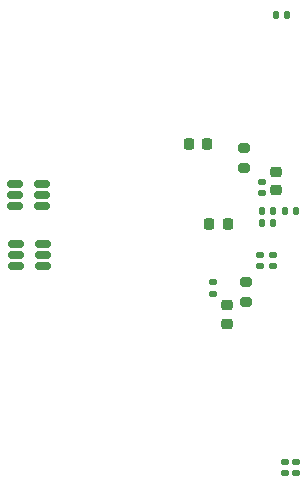
<source format=gbr>
%TF.GenerationSoftware,KiCad,Pcbnew,(6.0.9)*%
%TF.CreationDate,2023-02-16T18:06:58+01:00*%
%TF.ProjectId,pallas-ethernet-adapter,70616c6c-6173-42d6-9574-6865726e6574,rev?*%
%TF.SameCoordinates,Original*%
%TF.FileFunction,Paste,Bot*%
%TF.FilePolarity,Positive*%
%FSLAX46Y46*%
G04 Gerber Fmt 4.6, Leading zero omitted, Abs format (unit mm)*
G04 Created by KiCad (PCBNEW (6.0.9)) date 2023-02-16 18:06:58*
%MOMM*%
%LPD*%
G01*
G04 APERTURE LIST*
G04 Aperture macros list*
%AMRoundRect*
0 Rectangle with rounded corners*
0 $1 Rounding radius*
0 $2 $3 $4 $5 $6 $7 $8 $9 X,Y pos of 4 corners*
0 Add a 4 corners polygon primitive as box body*
4,1,4,$2,$3,$4,$5,$6,$7,$8,$9,$2,$3,0*
0 Add four circle primitives for the rounded corners*
1,1,$1+$1,$2,$3*
1,1,$1+$1,$4,$5*
1,1,$1+$1,$6,$7*
1,1,$1+$1,$8,$9*
0 Add four rect primitives between the rounded corners*
20,1,$1+$1,$2,$3,$4,$5,0*
20,1,$1+$1,$4,$5,$6,$7,0*
20,1,$1+$1,$6,$7,$8,$9,0*
20,1,$1+$1,$8,$9,$2,$3,0*%
G04 Aperture macros list end*
%ADD10RoundRect,0.200000X-0.275000X0.200000X-0.275000X-0.200000X0.275000X-0.200000X0.275000X0.200000X0*%
%ADD11RoundRect,0.140000X-0.140000X-0.170000X0.140000X-0.170000X0.140000X0.170000X-0.140000X0.170000X0*%
%ADD12RoundRect,0.218750X0.256250X-0.218750X0.256250X0.218750X-0.256250X0.218750X-0.256250X-0.218750X0*%
%ADD13RoundRect,0.200000X0.275000X-0.200000X0.275000X0.200000X-0.275000X0.200000X-0.275000X-0.200000X0*%
%ADD14RoundRect,0.218750X0.218750X0.256250X-0.218750X0.256250X-0.218750X-0.256250X0.218750X-0.256250X0*%
%ADD15RoundRect,0.150000X0.512500X0.150000X-0.512500X0.150000X-0.512500X-0.150000X0.512500X-0.150000X0*%
%ADD16RoundRect,0.140000X-0.170000X0.140000X-0.170000X-0.140000X0.170000X-0.140000X0.170000X0.140000X0*%
%ADD17RoundRect,0.225000X0.250000X-0.225000X0.250000X0.225000X-0.250000X0.225000X-0.250000X-0.225000X0*%
%ADD18RoundRect,0.140000X0.170000X-0.140000X0.170000X0.140000X-0.170000X0.140000X-0.170000X-0.140000X0*%
G04 APERTURE END LIST*
D10*
%TO.C,R20*%
X14065000Y36910000D03*
X14065000Y35260000D03*
%TD*%
D11*
%TO.C,C31*%
X15595000Y30575000D03*
X16555000Y30575000D03*
%TD*%
D12*
%TO.C,L3*%
X12675000Y22037500D03*
X12675000Y23612500D03*
%TD*%
D13*
%TO.C,R4*%
X14225000Y23900000D03*
X14225000Y25550000D03*
%TD*%
D14*
%TO.C,L7*%
X10962500Y37275000D03*
X9387500Y37275000D03*
%TD*%
D15*
%TO.C,U3*%
X-2977500Y28795000D03*
X-2977500Y27845000D03*
X-2977500Y26895000D03*
X-5252500Y26895000D03*
X-5252500Y27845000D03*
X-5252500Y28795000D03*
%TD*%
D11*
%TO.C,C9*%
X15595000Y31625000D03*
X16555000Y31625000D03*
%TD*%
D16*
%TO.C,C1*%
X17505000Y10365000D03*
X17505000Y9405000D03*
%TD*%
%TO.C,C19*%
X16525000Y27905000D03*
X16525000Y26945000D03*
%TD*%
D14*
%TO.C,L8*%
X12712500Y30525000D03*
X11137500Y30525000D03*
%TD*%
D17*
%TO.C,C13*%
X16825000Y33350000D03*
X16825000Y34900000D03*
%TD*%
D16*
%TO.C,C10*%
X15425000Y27905000D03*
X15425000Y26945000D03*
%TD*%
D15*
%TO.C,U4*%
X-3027500Y33895000D03*
X-3027500Y32945000D03*
X-3027500Y31995000D03*
X-5302500Y31995000D03*
X-5302500Y32945000D03*
X-5302500Y33895000D03*
%TD*%
D18*
%TO.C,C15*%
X15575000Y33095000D03*
X15575000Y34055000D03*
%TD*%
%TO.C,C2*%
X18495000Y9405000D03*
X18495000Y10365000D03*
%TD*%
D11*
%TO.C,C18*%
X16785000Y48185000D03*
X17745000Y48185000D03*
%TD*%
%TO.C,C8*%
X17545000Y31625000D03*
X18505000Y31625000D03*
%TD*%
D16*
%TO.C,C11*%
X11425000Y25565000D03*
X11425000Y24605000D03*
%TD*%
M02*

</source>
